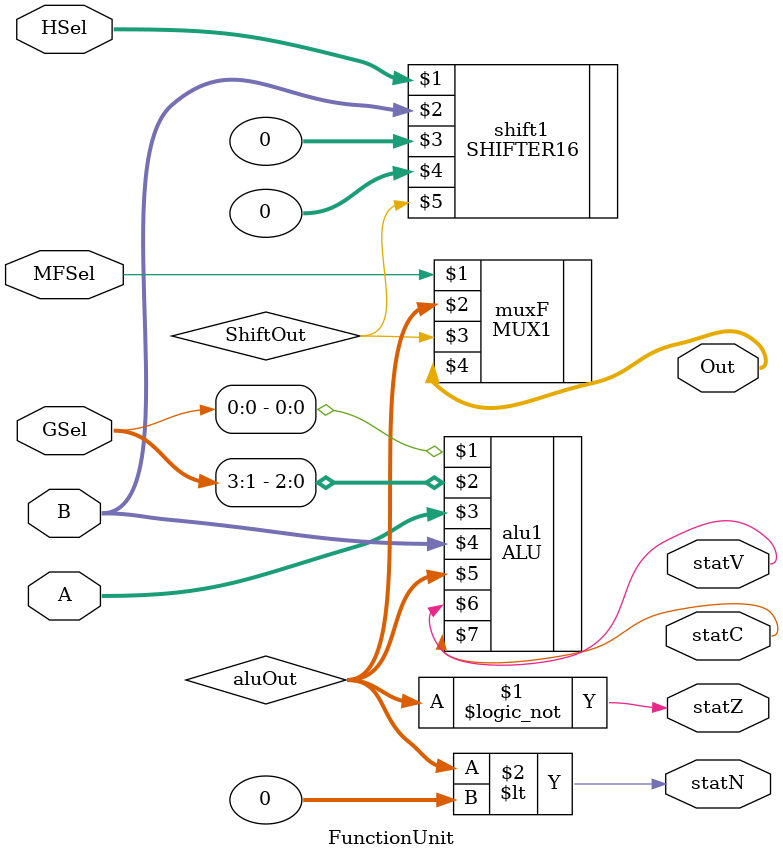
<source format=v>
`timescale 1ns / 1ps
module FunctionUnit(
    input [BITS-1:0] A,
    input [BITS-1:0] B,
    input [3:0] GSel,
    input [1:0] HSel,
    input MFSel,
    output statC,
    output statN,
    output statV,
    output statZ,
	 output [BITS-1:0] Out
    );
	 
	parameter BITS = 16;
	 
	
	assign statZ = (aluOut == 0);
	assign statN = (aluOut < 0);
	
	wire [BITS-1:0] aluOut;
	
	defparam alu1.BITS = BITS;
	ALU alu1(GSel[0], GSel[3:1], A, B, aluOut, statV, statC);
	SHIFTER16 shift1(HSel, B, 0,0, ShiftOut);
	
	MUX1 muxF(MFSel, aluOut, ShiftOut, Out);
endmodule

</source>
